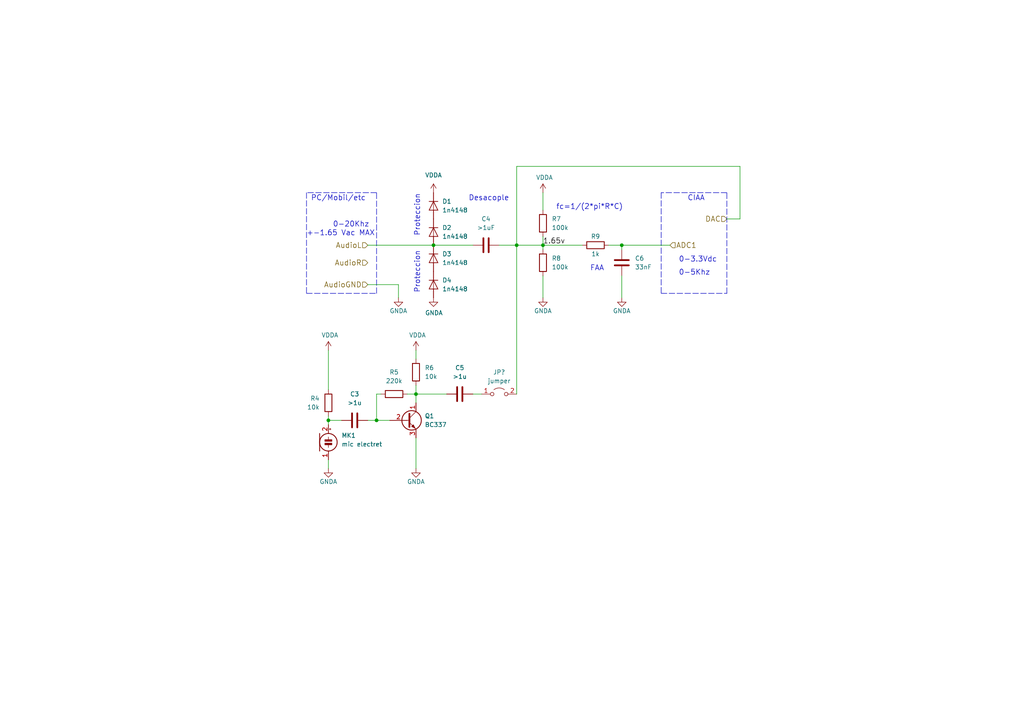
<source format=kicad_sch>
(kicad_sch (version 20211123) (generator eeschema)
  (paper "A4")
  (lib_symbols
    (symbol "Device:Microphone_Condenser" (pin_names (offset 0.0254) hide)
      (property "Reference" "MK" (at -3.302 1.27 0))
      (property "Value" "Microphone_Condenser" (at -3.302 -0.635 0))
      (symbol "Microphone_Condenser_0_1"
        (polyline (pts (xy -2.54 2.54) (xy -2.54 -2.54)) (stroke (width 0.254)))
        (polyline (pts (xy 0 -0.762) (xy 0 -1.524)))
        (polyline (pts (xy 0 0.762) (xy 0 1.524)))
        (polyline (pts (xy 0.254 3.81) (xy 0.762 3.81)))
        (polyline (pts (xy 0.508 4.064) (xy 0.508 3.556)))
        (circle (center 0 0) (radius 2.54) (stroke (width 0.254)))
        (rectangle (start 1.016 -0.254) (end -1.016 -0.762) (fill (type outline)))
        (rectangle (start 1.016 0.762) (end -1.016 0.254) (fill (type outline)))
      )
      (symbol "Microphone_Condenser_1_1"
        (pin passive line (at 0 -5.08 90) (length 2.54) (name "-") (number "1"))
        (pin passive line (at 0 5.08 270) (length 2.54) (name "+") (number "2"))
      )
    )
    (symbol "Jumper:Jumper_2_Open" (pin_names (offset 0) hide)
      (property "Reference" "JP" (at 0 2.794 0))
      (property "Value" "Jumper_2_Open" (at 0 -2.286 0))
      (symbol "Jumper_2_Open_0_0"
        (circle (center -2.032 0) (radius 0.508))
        (circle (center 2.032 0) (radius 0.508))
      )
      (symbol "Jumper_2_Open_0_1"
        (arc (start 1.524 1.27) (mid 0 1.778) (end -1.524 1.27))
      )
      (symbol "Jumper_2_Open_1_1"
        (pin passive line (at -5.08 0 0) (length 2.54) (name "A") (number "1"))
        (pin passive line (at 5.08 0 180) (length 2.54) (name "B") (number "2"))
      )
    )
    (symbol "Transistor_BJT:BC337" (pin_names (offset 0) hide)
      (property "Reference" "Q" (at 5.08 1.905 0))
      (property "Value" "BC337" (at 5.08 0 0))
      (symbol "BC337_0_1"
        (polyline (pts (xy 0 0) (xy 0.635 0)))
        (polyline (pts (xy 0.635 0.635) (xy 2.54 2.54)))
        (polyline (pts (xy 0.635 -0.635) (xy 2.54 -2.54) (xy 2.54 -2.54)))
        (polyline (pts (xy 0.635 1.905) (xy 0.635 -1.905) (xy 0.635 -1.905)) (stroke (width 0.508)))
        (polyline (pts (xy 1.27 -1.778) (xy 1.778 -1.27) (xy 2.286 -2.286) (xy 1.27 -1.778) (xy 1.27 -1.778)) (fill (type outline)))
        (circle (center 1.27 0) (radius 2.8194) (stroke (width 0.254)))
      )
      (symbol "BC337_1_1"
        (pin passive line (at 2.54 5.08 270) (length 2.54) (name "C") (number "1"))
        (pin input line (at -5.08 0 0) (length 5.08) (name "B") (number "2"))
        (pin passive line (at 2.54 -5.08 90) (length 2.54) (name "E") (number "3"))
      )
    )
    (symbol "acondicionamiento-rescue:C" (pin_numbers hide) (pin_names (offset 0.254))
      (property "Reference" "C" (at 0.635 2.54 0))
      (property "Value" "C" (at 0.635 -2.54 0))
      (symbol "C_0_1"
        (polyline (pts (xy -2.032 -0.762) (xy 2.032 -0.762)) (stroke (width 0.508)))
        (polyline (pts (xy -2.032 0.762) (xy 2.032 0.762)) (stroke (width 0.508)))
      )
      (symbol "C_1_1"
        (pin passive line (at 0 3.81 270) (length 2.794) (name "~") (number "1"))
        (pin passive line (at 0 -3.81 90) (length 2.794) (name "~") (number "2"))
      )
    )
    (symbol "acondicionamiento-rescue:D" (pin_numbers hide) (pin_names (offset 1.016) hide)
      (property "Reference" "D" (at 0 2.54 0))
      (property "Value" "D" (at 0 -2.54 0))
      (symbol "D_0_1"
        (polyline (pts (xy -1.27 1.27) (xy -1.27 -1.27)) (stroke (width 0.2032)))
        (polyline (pts (xy 1.27 0) (xy -1.27 0)))
        (polyline (pts (xy 1.27 1.27) (xy 1.27 -1.27) (xy -1.27 0) (xy 1.27 1.27)) (stroke (width 0.2032)))
      )
      (symbol "D_1_1"
        (pin passive line (at -3.81 0 0) (length 2.54) (name "K") (number "1"))
        (pin passive line (at 3.81 0 180) (length 2.54) (name "A") (number "2"))
      )
    )
    (symbol "acondicionamiento-rescue:R" (pin_numbers hide) (pin_names (offset 0))
      (property "Reference" "R" (at 2.032 0 90))
      (property "Value" "R" (at 0 0 90))
      (symbol "R_0_1"
        (rectangle (start -1.016 -2.54) (end 1.016 2.54) (stroke (width 0.254)))
      )
      (symbol "R_1_1"
        (pin passive line (at 0 3.81 270) (length 1.27) (name "~") (number "1"))
        (pin passive line (at 0 -3.81 90) (length 1.27) (name "~") (number "2"))
      )
    )
    (symbol "power:GNDA" (power) (pin_names (offset 0))
      (property "Value" "GNDA" (at 0 -3.81 0))
      (symbol "GNDA_0_1"
        (polyline (pts (xy 0 0) (xy 0 -1.27) (xy 1.27 -1.27) (xy 0 -2.54) (xy -1.27 -1.27) (xy 0 -1.27)))
      )
      (symbol "GNDA_1_1"
        (pin power_in line (at 0 0 270) (length 0) hide (name "GNDA") (number "1"))
      )
    )
    (symbol "power:VDDA" (power) (pin_names (offset 0))
      (property "Value" "VDDA" (at 0 3.81 0))
      (symbol "VDDA_0_1"
        (polyline (pts (xy -0.762 1.27) (xy 0 2.54)))
        (polyline (pts (xy 0 0) (xy 0 2.54)))
        (polyline (pts (xy 0 2.54) (xy 0.762 1.27)))
      )
      (symbol "VDDA_1_1"
        (pin power_in line (at 0 0 90) (length 0) hide (name "VDDA") (number "1"))
      )
    )
  )
  (junction (at 125.73 71.12))
  (junction (at 109.22 121.92))
  (junction (at 95.25 121.92))
  (junction (at 120.65 114.3))
  (junction (at 157.48 71.12))
  (junction (at 180.34 71.12))
  (junction (at 149.86 71.12))
  (wire (pts (xy 157.48 71.12) (xy 157.48 72.39)))
  (wire (pts (xy 214.63 48.26) (xy 149.86 48.26)))
  (polyline (pts (xy 210.82 85.09) (xy 210.82 55.88)))
  (wire (pts (xy 180.34 80.01) (xy 180.34 86.36)))
  (wire (pts (xy 109.22 114.3) (xy 110.49 114.3)))
  (polyline (pts (xy 109.22 85.09) (xy 109.22 55.88)))
  (wire (pts (xy 99.06 121.92) (xy 95.25 121.92)))
  (polyline (pts (xy 88.9 55.88) (xy 88.9 85.09)))
  (wire (pts (xy 106.68 82.55) (xy 115.57 82.55)))
  (wire (pts (xy 120.65 101.6) (xy 120.65 104.14)))
  (wire (pts (xy 149.86 71.12) (xy 149.86 114.3)))
  (wire (pts (xy 125.73 71.12) (xy 137.16 71.12)))
  (wire (pts (xy 95.25 133.35) (xy 95.25 135.89)))
  (wire (pts (xy 120.65 114.3) (xy 120.65 116.84)))
  (wire (pts (xy 157.48 60.96) (xy 157.48 55.88)))
  (wire (pts (xy 157.48 80.01) (xy 157.48 86.36)))
  (wire (pts (xy 210.82 63.5) (xy 214.63 63.5)))
  (wire (pts (xy 214.63 63.5) (xy 214.63 48.26)))
  (polyline (pts (xy 109.22 55.88) (xy 88.9 55.88)))
  (polyline (pts (xy 210.82 55.88) (xy 191.77 55.88)))
  (wire (pts (xy 120.65 127) (xy 120.65 135.89)))
  (polyline (pts (xy 191.77 55.88) (xy 191.77 85.09)))
  (wire (pts (xy 144.78 71.12) (xy 149.86 71.12)))
  (wire (pts (xy 137.16 114.3) (xy 139.7 114.3)))
  (wire (pts (xy 118.11 114.3) (xy 120.65 114.3)))
  (wire (pts (xy 180.34 71.12) (xy 194.31 71.12)))
  (wire (pts (xy 95.25 120.65) (xy 95.25 121.92)))
  (wire (pts (xy 176.53 71.12) (xy 180.34 71.12)))
  (polyline (pts (xy 88.9 85.09) (xy 109.22 85.09)))
  (polyline (pts (xy 191.77 85.09) (xy 210.82 85.09)))
  (wire (pts (xy 106.68 121.92) (xy 109.22 121.92)))
  (wire (pts (xy 120.65 114.3) (xy 129.54 114.3)))
  (wire (pts (xy 120.65 111.76) (xy 120.65 114.3)))
  (wire (pts (xy 115.57 82.55) (xy 115.57 86.36)))
  (wire (pts (xy 157.48 68.58) (xy 157.48 71.12)))
  (wire (pts (xy 157.48 71.12) (xy 168.91 71.12)))
  (wire (pts (xy 109.22 121.92) (xy 113.03 121.92)))
  (wire (pts (xy 95.25 121.92) (xy 95.25 123.19)))
  (wire (pts (xy 106.68 71.12) (xy 125.73 71.12)))
  (wire (pts (xy 149.86 71.12) (xy 157.48 71.12)))
  (wire (pts (xy 109.22 114.3) (xy 109.22 121.92)))
  (wire (pts (xy 95.25 101.6) (xy 95.25 113.03)))
  (wire (pts (xy 149.86 48.26) (xy 149.86 71.12)))
  (wire (pts (xy 180.34 71.12) (xy 180.34 72.39)))
  (text "0-3.3Vdc\n" (at 196.85 76.2 0) (effects (font (size 1.524 1.524)) (justify left bottom)))
  (text "+-1.65 Vac MAX" (at 88.9 68.58 0) (effects (font (size 1.524 1.524)) (justify left bottom)))
  (text "Proteccion\n" (at 121.92 85.09 90) (effects (font (size 1.524 1.524)) (justify left bottom)))
  (text "Desacople" (at 135.89 58.42 0) (effects (font (size 1.524 1.524)) (justify left bottom)))
  (text "Proteccion\n" (at 121.92 68.58 90) (effects (font (size 1.524 1.524)) (justify left bottom)))
  (text "0-20Khz\n" (at 96.52 66.04 0) (effects (font (size 1.524 1.524)) (justify left bottom)))
  (text "CIAA" (at 199.39 58.42 0) (effects (font (size 1.524 1.524)) (justify left bottom)))
  (text "PC/Mobil/etc" (at 90.17 58.42 0) (effects (font (size 1.524 1.524)) (justify left bottom)))
  (text "0-5Khz\n" (at 196.85 80.01 0) (effects (font (size 1.524 1.524)) (justify left bottom)))
  (text "fc=1/(2*pi*R*C)" (at 161.29 60.96 0) (effects (font (size 1.524 1.524)) (justify left bottom)))
  (text "FAA" (at 175.26 78.74 180) (effects (font (size 1.524 1.524)) (justify right bottom)))
  (label "1.65v" (at 157.48 71.12 0) (effects (font (size 1.524 1.524))))
  (hierarchical_label "AudioR" (shape input) (at 106.68 76.2 180) (effects (font (size 1.524 1.524))))
  (hierarchical_label "ADC1" (shape input) (at 194.31 71.12 0) (effects (font (size 1.524 1.524))))
  (hierarchical_label "DAC" (shape input) (at 210.82 63.5 180) (effects (font (size 1.524 1.524))))
  (hierarchical_label "AudioGND" (shape input) (at 106.68 82.55 180) (effects (font (size 1.524 1.524))))
  (hierarchical_label "AudioL" (shape input) (at 106.68 71.12 180) (effects (font (size 1.524 1.524))))
  (symbol (lib_id "acondicionamiento-rescue:R") (at 157.48 76.2 0) (unit 1)
    (property "Reference" "R8" (at 160.02 74.9299 0) (effects (justify left)))
    (property "Value" "100k" (at 160.02 77.4699 0) (effects (justify left)))
  )
  (symbol (lib_id "power:GNDA") (at 157.48 86.36 0) (unit 1)
    (property "Reference" "#PWR011" (effects hide))
    (property "Value" "GNDA" (at 157.48 90.17 0))
  )
  (symbol (lib_id "acondicionamiento-rescue:C") (at 180.34 76.2 0) (unit 1)
    (property "Reference" "C6" (at 184.15 74.9299 0) (effects (justify left)))
    (property "Value" "33nF" (at 184.15 77.4699 0) (effects (justify left)))
  )
  (symbol (lib_id "power:GNDA") (at 180.34 86.36 0) (unit 1)
    (property "Reference" "#PWR013" (effects hide))
    (property "Value" "GNDA" (at 180.34 90.17 0))
  )
  (symbol (lib_id "acondicionamiento-rescue:R") (at 157.48 64.77 0) (unit 1)
    (property "Reference" "R7" (at 160.02 63.4999 0) (effects (justify left)))
    (property "Value" "100k" (at 160.02 66.0399 0) (effects (justify left)))
  )
  (symbol (lib_id "acondicionamiento-rescue:R") (at 172.72 71.12 270) (unit 1)
    (property "Reference" "R9" (at 172.72 68.58 90))
    (property "Value" "1k" (at 172.72 73.66 90))
  )
  (symbol (lib_id "acondicionamiento-rescue:C") (at 140.97 71.12 270) (unit 1)
    (property "Reference" "C4" (at 140.97 63.5 90))
    (property "Value" ">1uF" (at 140.97 66.04 90))
  )
  (symbol (lib_id "acondicionamiento-rescue:D") (at 125.73 67.31 270) (unit 1)
    (property "Reference" "D2" (at 128.27 66.0399 90) (effects (justify left)))
    (property "Value" "1n4148" (at 128.27 68.5799 90) (effects (justify left)))
  )
  (symbol (lib_id "acondicionamiento-rescue:D") (at 125.73 59.69 270) (unit 1)
    (property "Reference" "D1" (at 128.27 58.4199 90) (effects (justify left)))
    (property "Value" "1n4148" (at 128.27 60.9599 90) (effects (justify left)))
  )
  (symbol (lib_id "acondicionamiento-rescue:D") (at 125.73 74.93 270) (unit 1)
    (property "Reference" "D3" (at 128.27 73.6599 90) (effects (justify left)))
    (property "Value" "1n4148" (at 128.27 76.1999 90) (effects (justify left)))
  )
  (symbol (lib_id "acondicionamiento-rescue:D") (at 125.73 82.55 270) (unit 1)
    (property "Reference" "D4" (at 128.27 81.2799 90) (effects (justify left)))
    (property "Value" "1n4148" (at 128.27 83.8199 90) (effects (justify left)))
  )
  (symbol (lib_id "power:GNDA") (at 125.73 86.36 0) (unit 1)
    (property "Reference" "#PWR06" (effects hide))
    (property "Value" "GNDA" (at 125.857 90.7542 0))
  )
  (symbol (lib_id "power:VDDA") (at 157.48 55.88 0) (unit 1)
    (property "Reference" "#PWR010" (effects hide))
    (property "Value" "VDDA" (at 157.9118 51.4858 0))
  )
  (symbol (lib_id "power:VDDA") (at 125.73 55.88 0) (unit 1)
    (property "Reference" "#PWR03" (effects hide))
    (property "Value" "VDDA" (at 125.73 50.8 0))
  )
  (symbol (lib_id "Jumper:Jumper_2_Open") (at 144.78 114.3 0) (unit 1)
    (property "Reference" "JP?" (at 144.78 107.95 0))
    (property "Value" "jumper" (at 144.78 110.49 0))
  )
  (symbol (lib_id "power:GNDA") (at 120.65 135.89 0) (unit 1)
    (property "Reference" "#PWR08" (effects hide))
    (property "Value" "GNDA" (at 120.65 139.7 0))
  )
  (symbol (lib_id "acondicionamiento-rescue:R") (at 120.65 107.95 0) (unit 1)
    (property "Reference" "R6" (at 123.19 106.6799 0) (effects (justify left)))
    (property "Value" "10k" (at 123.19 109.2199 0) (effects (justify left)))
  )
  (symbol (lib_id "acondicionamiento-rescue:R") (at 114.3 114.3 90) (unit 1)
    (property "Reference" "R5" (at 114.3 107.95 90))
    (property "Value" "220k" (at 114.3 110.49 90))
  )
  (symbol (lib_id "power:GNDA") (at 115.57 86.36 0) (unit 1)
    (property "Reference" "#PWR?" (effects hide))
    (property "Value" "GNDA" (at 115.57 90.17 0))
  )
  (symbol (lib_id "power:VDDA") (at 120.65 101.6 0) (unit 1)
    (property "Reference" "#PWR07" (effects hide))
    (property "Value" "VDDA" (at 121.0818 97.2058 0))
  )
  (symbol (lib_id "acondicionamiento-rescue:C") (at 133.35 114.3 90) (unit 1)
    (property "Reference" "C5" (at 133.35 106.68 90))
    (property "Value" ">1u" (at 133.35 109.22 90))
  )
  (symbol (lib_id "acondicionamiento-rescue:R") (at 95.25 116.84 0) (unit 1)
    (property "Reference" "R4" (at 92.71 115.5699 0) (effects (justify right)))
    (property "Value" "10k" (at 92.71 118.1099 0) (effects (justify right)))
  )
  (symbol (lib_id "power:GNDA") (at 95.25 135.89 0) (unit 1)
    (property "Reference" "#PWR02" (effects hide))
    (property "Value" "GNDA" (at 95.25 139.7 0))
  )
  (symbol (lib_id "acondicionamiento-rescue:C") (at 102.87 121.92 90) (unit 1)
    (property "Reference" "C3" (at 102.87 114.3 90))
    (property "Value" ">1u" (at 102.87 116.84 90))
  )
  (symbol (lib_id "Transistor_BJT:BC337") (at 118.11 121.92 0) (unit 1)
    (property "Reference" "Q1" (at 123.19 120.6499 0) (effects (justify left)))
    (property "Value" "BC337" (at 123.19 123.1899 0) (effects (justify left)))
    (property "Footprint" "Package_TO_SOT_THT:TO-92_Inline" (effects hide))
    (property "Datasheet" "https://diotec.com/tl_files/diotec/files/pdf/datasheets/bc337.pdf" (effects hide))
  )
  (symbol (lib_id "Device:Microphone_Condenser") (at 95.25 128.27 0) (unit 1)
    (property "Reference" "MK1" (at 99.06 126.3014 0) (effects (justify left)))
    (property "Value" "mic electret" (at 99.06 128.8414 0) (effects (justify left)))
  )
  (symbol (lib_id "power:VDDA") (at 95.25 101.6 0) (unit 1)
    (property "Reference" "#PWR01" (effects hide))
    (property "Value" "VDDA" (at 95.6818 97.2058 0))
  )
)
</source>
